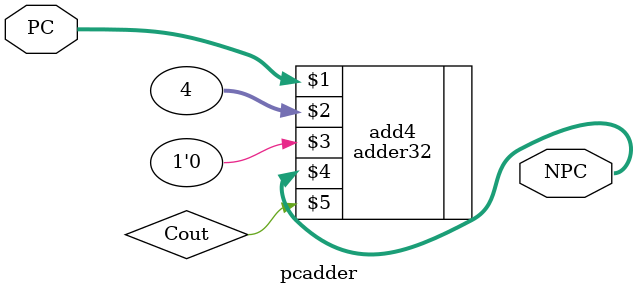
<source format=v>
`timescale 1ns / 1ps


module pcadder(PC,NPC);
input [31:0] PC;//Æ«ÒÆÁ¿
output [31:0] NPC;//ÐÂÖ¸ÁîµØÖ·
adder32 add4(PC,32'h0000_0004,1'b0, NPC, Cout);
endmodule


</source>
